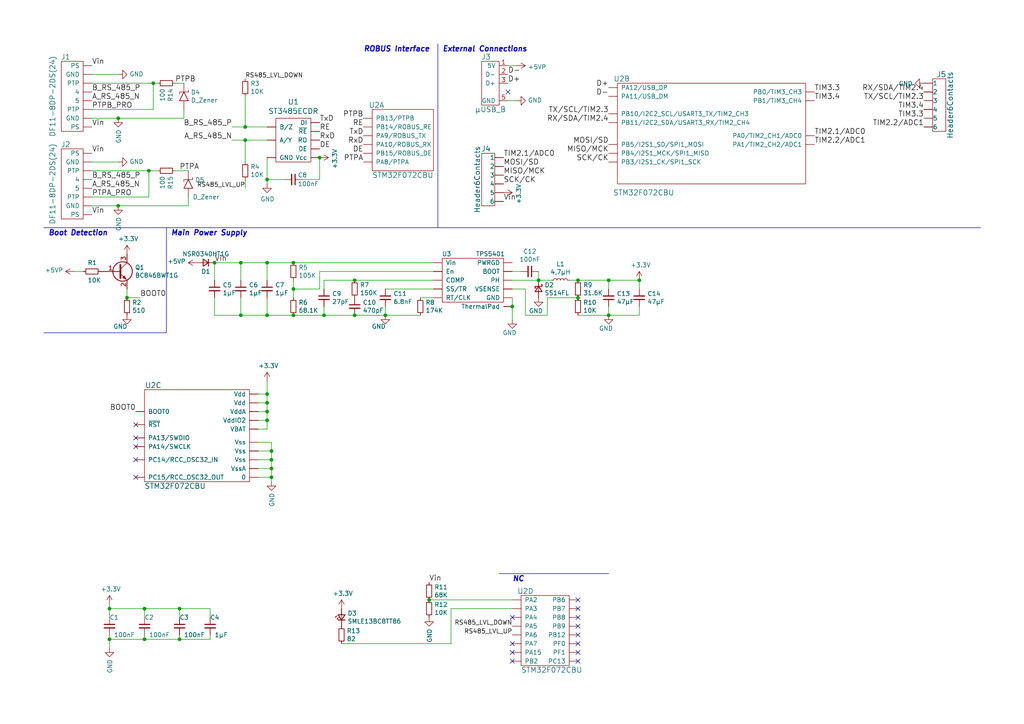
<source format=kicad_sch>
(kicad_sch (version 20230121) (generator eeschema)
  (paper "A4")
  (lib_symbols
    (symbol "Common_Lib:DF11-8DP-2DS(24)" (pin_numbers hide) (pin_names (offset 1.016))
      (property "Reference" "J" (at -1.27 11.43 0))
      (property "Value" "DF11-8DP-2DS(24)" (at 1.27 -11.43 0))
      (symbol "DF11-8DP-2DS(24)_0_1"
        (rectangle (start -2.54 10.16) (end 3.81 -10.16))
      )
      (symbol "DF11-8DP-2DS(24)_1_1"
        (pin input line (at 6.35 8.89 180) (length 2.54) (name "PS") (number "1"))
        (pin input line (at 6.35 6.35 180) (length 2.54) (name "GND") (number "2"))
        (pin input line (at 6.35 3.81 180) (length 2.54) (name "PTP") (number "3"))
        (pin input line (at 6.35 1.27 180) (length 2.54) (name "4") (number "4"))
        (pin input line (at 6.35 -1.27 180) (length 2.54) (name "5") (number "5"))
        (pin input line (at 6.35 -3.81 180) (length 2.54) (name "PTP") (number "6"))
        (pin input line (at 6.35 -6.35 180) (length 2.54) (name "GND") (number "7"))
        (pin input line (at 6.35 -8.89 180) (length 2.54) (name "PS") (number "8"))
      )
    )
    (symbol "Common_Lib:D_Zener" (pin_numbers hide) (pin_names (offset 1.016) hide)
      (property "Reference" "D" (at 0 2.54 0))
      (property "Value" "D_Zener" (at 0 -2.54 0))
      (symbol "D_Zener_0_1"
        (polyline (pts (xy -0.635 -1.27) (xy -1.27 -1.27) (xy -1.27 1.27) (xy -1.905 1.27)))
        (polyline (pts (xy 1.27 1.27) (xy 1.27 -1.27) (xy -1.27 0) (xy 1.27 1.27)) (stroke (width 0.2032)))
      )
      (symbol "D_Zener_1_1"
        (pin passive line (at -3.81 0 0) (length 2.54) (name "K") (number "1"))
        (pin passive line (at 3.81 0 180) (length 2.54) (name "A") (number "2"))
      )
    )
    (symbol "Common_Lib:Header6Contacts" (pin_numbers hide) (pin_names (offset 0.0254))
      (property "Reference" "J" (at 0 7.62 0))
      (property "Value" "Header6Contacts" (at -3.81 0 90))
      (symbol "Header6Contacts_0_1"
        (rectangle (start -2.54 6.35) (end 1.27 -8.89))
      )
      (symbol "Header6Contacts_1_1"
        (pin bidirectional line (at 3.81 5.08 180) (length 2.54) (name "1") (number "1"))
        (pin bidirectional line (at 3.81 2.54 180) (length 2.54) (name "2") (number "2"))
        (pin bidirectional line (at 3.81 0 180) (length 2.54) (name "3") (number "3"))
        (pin bidirectional line (at 3.81 -2.54 180) (length 2.54) (name "4") (number "4"))
        (pin bidirectional line (at 3.81 -5.08 180) (length 2.54) (name "5") (number "5"))
        (pin bidirectional line (at 3.81 -7.62 180) (length 2.54) (name "6") (number "6"))
      )
    )
    (symbol "Common_Lib:ST3485ECDR" (pin_numbers hide) (pin_names (offset 1.016))
      (property "Reference" "U" (at -3.81 7.62 0))
      (property "Value" "ST3485ECDR" (at 0 -7.62 0))
      (symbol "ST3485ECDR_0_1"
        (rectangle (start -5.08 6.35) (end 5.08 -6.35))
      )
      (symbol "ST3485ECDR_1_1"
        (pin output line (at 7.62 0 180) (length 2.54) (name "RO") (number "1"))
        (pin input line (at 7.62 2.54 180) (length 2.54) (name "~{RE}") (number "2"))
        (pin input line (at 7.62 -2.54 180) (length 2.54) (name "DE") (number "3"))
        (pin input line (at 7.62 5.08 180) (length 2.54) (name "DI") (number "4"))
        (pin power_out line (at -7.62 -5.08 0) (length 2.54) (name "GND") (number "5"))
        (pin bidirectional line (at -7.62 0 0) (length 2.54) (name "A/Y") (number "6"))
        (pin bidirectional line (at -7.62 3.81 0) (length 2.54) (name "B/Z") (number "7"))
        (pin power_in line (at 7.62 -5.08 180) (length 2.54) (name "Vcc") (number "8"))
      )
    )
    (symbol "Common_Lib:STM32F072CBU" (pin_numbers hide) (pin_names (offset 1.016))
      (property "Reference" "U" (at -19.05 22.86 0))
      (property "Value" "STM32F072CBU" (at -11.43 -16.51 0))
      (property "Fournisseur" "Farnell" (at -13.97 27.94 0))
      (symbol "STM32F072CBU_1_1"
        (rectangle (start -10.16 10.16) (end 7.62 -7.62))
        (pin bidirectional line (at 10.16 7.62 180) (length 2.54) (name "PB13/PTPB") (number "26"))
        (pin output line (at 10.16 5.08 180) (length 2.54) (name "PB14/ROBUS_RE") (number "27"))
        (pin output line (at 10.16 -2.54 180) (length 2.54) (name "PB15/ROBUS_DE") (number "28"))
        (pin bidirectional line (at 10.16 -5.08 180) (length 2.54) (name "PA8/PTPA") (number "29"))
        (pin output line (at 10.16 2.54 180) (length 2.54) (name "PA9/ROBUS_TX") (number "30"))
        (pin input line (at 10.16 0 180) (length 2.54) (name "PA10/ROBUS_RX") (number "31"))
      )
      (symbol "STM32F072CBU_2_1"
        (rectangle (start -29.21 -15.24) (end 25.4 13.97))
        (pin bidirectional line (at 27.94 -1.27 180) (length 2.54) (name "PA0/TIM2_CH1/ADC0") (number "10"))
        (pin bidirectional line (at 27.94 -3.81 180) (length 2.54) (name "PA1/TIM2_CH2/ADC1") (number "11"))
        (pin bidirectional line (at 27.94 11.43 180) (length 2.54) (name "PB0/TIM3_CH3") (number "18"))
        (pin bidirectional line (at 27.94 8.89 180) (length 2.54) (name "PB1/TIM3_CH4") (number "19"))
        (pin bidirectional line (at -31.75 5.08 0) (length 2.54) (name "PB10/I2C2_SCL/USART3_TX/TIM2_CH3") (number "21"))
        (pin bidirectional line (at -31.75 2.54 0) (length 2.54) (name "PB11/I2C2_SDA/USART3_RX/TIM2_CH4") (number "22"))
        (pin bidirectional line (at -31.75 10.16 0) (length 2.54) (name "PA11/USB_DM") (number "32"))
        (pin bidirectional line (at -31.75 12.7 0) (length 2.54) (name "PA12/USB_DP") (number "33"))
        (pin bidirectional line (at -31.75 -8.89 0) (length 2.54) (name "PB3/I2S1_CK/SPI1_SCK") (number "39"))
        (pin bidirectional line (at -31.75 -6.35 0) (length 2.54) (name "PB4/I2S1_MCK/SPI1_MISO") (number "40"))
        (pin bidirectional line (at -31.75 -3.81 0) (length 2.54) (name "PB5/I2S1_SD/SPI1_MOSI") (number "41"))
      )
      (symbol "STM32F072CBU_3_1"
        (rectangle (start -13.97 16.51) (end 16.51 -10.16))
        (pin bidirectional line (at 19.05 -8.89 180) (length 2.54) (name "0") (number "0"))
        (pin power_in line (at 19.05 5.08 180) (length 2.54) (name "VBAT") (number "1"))
        (pin power_out line (at 19.05 1.27 180) (length 2.54) (name "Vss") (number "23"))
        (pin power_in line (at 19.05 12.7 180) (length 2.54) (name "Vdd") (number "24"))
        (pin bidirectional line (at -16.51 -3.81 0) (length 2.54) (name "PC14/RCC_OSC32_IN") (number "3"))
        (pin bidirectional line (at -16.51 2.54 0) (length 2.54) (name "PA13/SWDIO") (number "34"))
        (pin power_out line (at 19.05 -1.27 180) (length 2.54) (name "Vss") (number "35"))
        (pin power_in line (at 19.05 7.62 180) (length 2.54) (name "VddIO2") (number "36"))
        (pin bidirectional line (at -16.51 0 0) (length 2.54) (name "PA14/SWCLK") (number "37"))
        (pin bidirectional line (at -16.51 -8.89 0) (length 2.54) (name "PC15/RCC_OSC32_OUT") (number "4"))
        (pin input line (at -16.51 10.16 0) (length 2.54) (name "BOOT0") (number "44"))
        (pin power_out line (at 19.05 -3.81 180) (length 2.54) (name "Vss") (number "47"))
        (pin power_in line (at 19.05 15.24 180) (length 2.54) (name "Vdd") (number "48"))
        (pin input line (at -16.51 6.35 0) (length 2.54) (name "~{RST}") (number "7"))
        (pin power_out line (at 19.05 -6.35 180) (length 2.54) (name "VssA") (number "8"))
        (pin power_in line (at 19.05 10.16 180) (length 2.54) (name "VddA") (number "9"))
      )
      (symbol "STM32F072CBU_4_1"
        (rectangle (start -8.89 13.97) (end 5.08 -6.35))
        (pin bidirectional line (at -11.43 12.7 0) (length 2.54) (name "PA2") (number "12"))
        (pin bidirectional line (at -11.43 10.16 0) (length 2.54) (name "PA3") (number "13"))
        (pin input line (at -11.43 7.62 0) (length 2.54) (name "PA4") (number "14"))
        (pin input line (at -11.43 5.08 0) (length 2.54) (name "PA5") (number "15"))
        (pin input line (at -11.43 2.54 0) (length 2.54) (name "PA6") (number "16"))
        (pin input line (at -11.43 0 0) (length 2.54) (name "PA7") (number "17"))
        (pin bidirectional line (at 7.62 -5.08 180) (length 2.54) (name "PC13") (number "2"))
        (pin bidirectional line (at -11.43 -5.08 0) (length 2.54) (name "PB2") (number "20"))
        (pin bidirectional line (at 7.62 2.54 180) (length 2.54) (name "PB12") (number "25"))
        (pin bidirectional line (at -11.43 -2.54 0) (length 2.54) (name "PA15") (number "38"))
        (pin bidirectional line (at 7.62 12.7 180) (length 2.54) (name "PB6") (number "42"))
        (pin bidirectional line (at 7.62 10.16 180) (length 2.54) (name "PB7") (number "43"))
        (pin bidirectional line (at 7.62 7.62 180) (length 2.54) (name "PB8") (number "45"))
        (pin bidirectional line (at 7.62 5.08 180) (length 2.54) (name "PB9") (number "46"))
        (pin output line (at 7.62 0 180) (length 2.54) (name "PF0") (number "5"))
        (pin bidirectional line (at 7.62 -2.54 180) (length 2.54) (name "PF1") (number "6"))
      )
    )
    (symbol "Common_Lib:TPS5401" (pin_numbers hide) (pin_names (offset 1.016))
      (property "Reference" "U" (at -7.62 7.62 0))
      (property "Value" "TPS5401" (at -5.08 -7.62 0))
      (symbol "TPS5401_0_1"
        (rectangle (start -8.89 6.35) (end 8.89 -6.35))
      )
      (symbol "TPS5401_1_1"
        (pin output line (at 11.43 2.54 180) (length 2.54) (name "BOOT") (number "1"))
        (pin output line (at 11.43 0 180) (length 2.54) (name "PH") (number "10"))
        (pin power_out line (at 11.43 -7.62 180) (length 2.54) (name "ThermalPad") (number "11"))
        (pin power_in line (at -11.43 5.08 0) (length 2.54) (name "Vin") (number "2"))
        (pin input line (at -11.43 2.54 0) (length 2.54) (name "En") (number "3"))
        (pin input line (at -11.43 -2.54 0) (length 2.54) (name "SS/TR") (number "4"))
        (pin input line (at -11.43 -5.08 0) (length 2.54) (name "RT/CLK") (number "5"))
        (pin output line (at 11.43 5.08 180) (length 2.54) (name "PWRGD") (number "6"))
        (pin input line (at 11.43 -2.54 180) (length 2.54) (name "VSENSE") (number "7"))
        (pin output line (at -11.43 0 0) (length 2.54) (name "COMP") (number "8"))
        (pin power_out line (at 11.43 -5.08 180) (length 2.54) (name "GND") (number "9"))
      )
    )
    (symbol "Common_Lib:microUSB_B" (pin_names (offset 1.016))
      (property "Reference" "J" (at 0 -7.62 0))
      (property "Value" "microUSB_B" (at 0 7.62 0))
      (symbol "microUSB_B_0_1"
        (rectangle (start -2.54 6.35) (end 2.54 -6.35))
      )
      (symbol "microUSB_B_1_1"
        (pin power_in line (at 5.08 5.08 180) (length 2.54) (name "5V") (number "1"))
        (pin bidirectional line (at 5.08 2.54 180) (length 2.54) (name "D-") (number "2"))
        (pin bidirectional line (at 5.08 0 180) (length 2.54) (name "D+") (number "3"))
        (pin bidirectional line (at 5.08 -2.54 180) (length 2.54) hide (name "ID") (number "4"))
        (pin input line (at 5.08 -5.08 180) (length 2.54) (name "GND") (number "5"))
      )
    )
    (symbol "Device:C_Small" (pin_numbers hide) (pin_names (offset 0.254) hide)
      (property "Reference" "C" (at 0.254 1.778 0))
      (property "Value" "C_Small" (at 0.254 -2.032 0))
      (symbol "C_Small_0_1"
        (polyline (pts (xy -1.524 -0.508) (xy 1.524 -0.508)) (stroke (width 0.3302)))
        (polyline (pts (xy -1.524 0.508) (xy 1.524 0.508)) (stroke (width 0.3048)))
      )
      (symbol "C_Small_1_1"
        (pin passive line (at 0 2.54 270) (length 2.032) (name "~") (number "1"))
        (pin passive line (at 0 -2.54 90) (length 2.032) (name "~") (number "2"))
      )
    )
    (symbol "Device:D_Schottky_Small" (pin_numbers hide) (pin_names (offset 0.254) hide)
      (property "Reference" "D" (at -1.27 2.032 0))
      (property "Value" "D_Schottky_Small" (at -7.112 -2.032 0))
      (symbol "D_Schottky_Small_0_1"
        (polyline (pts (xy -0.762 0) (xy 0.762 0)))
        (polyline (pts (xy 0.762 -1.016) (xy -0.762 0) (xy 0.762 1.016) (xy 0.762 -1.016)) (stroke (width 0.254)))
        (polyline (pts (xy -1.27 0.762) (xy -1.27 1.016) (xy -0.762 1.016) (xy -0.762 -1.016) (xy -0.254 -1.016) (xy -0.254 -0.762)) (stroke (width 0.254)))
      )
      (symbol "D_Schottky_Small_1_1"
        (pin passive line (at -2.54 0 0) (length 1.778) (name "K") (number "1"))
        (pin passive line (at 2.54 0 180) (length 1.778) (name "A") (number "2"))
      )
    )
    (symbol "Device:D_Small" (pin_numbers hide) (pin_names (offset 0.254) hide)
      (property "Reference" "D" (at -1.27 2.032 0))
      (property "Value" "D_Small" (at -3.81 -2.032 0))
      (symbol "D_Small_0_1"
        (polyline (pts (xy -0.762 -1.016) (xy -0.762 1.016)) (stroke (width 0.254)))
        (polyline (pts (xy -0.762 0) (xy 0.762 0)))
        (polyline (pts (xy 0.762 -1.016) (xy -0.762 0) (xy 0.762 1.016) (xy 0.762 -1.016)) (stroke (width 0.254)))
      )
      (symbol "D_Small_1_1"
        (pin passive line (at -2.54 0 0) (length 1.778) (name "K") (number "1"))
        (pin passive line (at 2.54 0 180) (length 1.778) (name "A") (number "2"))
      )
    )
    (symbol "Device:LED_Small" (pin_numbers hide) (pin_names (offset 0.254) hide)
      (property "Reference" "D" (at -1.27 3.175 0))
      (property "Value" "LED_Small" (at -4.445 -2.54 0))
      (symbol "LED_Small_0_1"
        (polyline (pts (xy -0.762 -1.016) (xy -0.762 1.016)) (stroke (width 0.254)))
        (polyline (pts (xy 1.016 0) (xy -0.762 0)))
        (polyline (pts (xy 0.762 -1.016) (xy -0.762 0) (xy 0.762 1.016) (xy 0.762 -1.016)) (stroke (width 0.254)))
        (polyline (pts (xy 0 0.762) (xy -0.508 1.27) (xy -0.254 1.27) (xy -0.508 1.27) (xy -0.508 1.016)))
        (polyline (pts (xy 0.508 1.27) (xy 0 1.778) (xy 0.254 1.778) (xy 0 1.778) (xy 0 1.524)))
      )
      (symbol "LED_Small_1_1"
        (pin passive line (at -2.54 0 0) (length 1.778) (name "K") (number "1"))
        (pin passive line (at 2.54 0 180) (length 1.778) (name "A") (number "2"))
      )
    )
    (symbol "Device:L_Small" (pin_numbers hide) (pin_names (offset 0.254) hide)
      (property "Reference" "L" (at 0.762 1.016 0))
      (property "Value" "L_Small" (at 0.762 -1.016 0))
      (symbol "L_Small_0_1"
        (arc (start 0 -2.032) (mid 0.5058 -1.524) (end 0 -1.016))
        (arc (start 0 -1.016) (mid 0.5058 -0.508) (end 0 0))
        (arc (start 0 0) (mid 0.5058 0.508) (end 0 1.016))
        (arc (start 0 1.016) (mid 0.5058 1.524) (end 0 2.032))
      )
      (symbol "L_Small_1_1"
        (pin passive line (at 0 2.54 270) (length 0.508) (name "~") (number "1"))
        (pin passive line (at 0 -2.54 90) (length 0.508) (name "~") (number "2"))
      )
    )
    (symbol "Device:Q_NPN_BEC" (pin_names (offset 0) hide)
      (property "Reference" "Q" (at 5.08 1.27 0))
      (property "Value" "Q_NPN_BEC" (at 5.08 -1.27 0))
      (symbol "Q_NPN_BEC_0_1"
        (polyline (pts (xy 0.635 0.635) (xy 2.54 2.54)))
        (polyline (pts (xy 0.635 -0.635) (xy 2.54 -2.54) (xy 2.54 -2.54)))
        (polyline (pts (xy 0.635 1.905) (xy 0.635 -1.905) (xy 0.635 -1.905)) (stroke (width 0.508)))
        (polyline (pts (xy 1.27 -1.778) (xy 1.778 -1.27) (xy 2.286 -2.286) (xy 1.27 -1.778) (xy 1.27 -1.778)) (fill (type outline)))
        (circle (center 1.27 0) (radius 2.8194) (stroke (width 0.254)))
      )
      (symbol "Q_NPN_BEC_1_1"
        (pin input line (at -5.08 0 0) (length 5.715) (name "B") (number "1"))
        (pin passive line (at 2.54 -5.08 90) (length 2.54) (name "E") (number "2"))
        (pin passive line (at 2.54 5.08 270) (length 2.54) (name "C") (number "3"))
      )
    )
    (symbol "Device:R_Small" (pin_numbers hide) (pin_names (offset 0.254) hide)
      (property "Reference" "R" (at 0.762 0.508 0))
      (property "Value" "R_Small" (at 0.762 -1.016 0))
      (symbol "R_Small_0_1"
        (rectangle (start -0.762 1.778) (end 0.762 -1.778) (stroke (width 0.2032)))
      )
      (symbol "R_Small_1_1"
        (pin passive line (at 0 2.54 270) (length 0.762) (name "~") (number "1"))
        (pin passive line (at 0 -2.54 90) (length 0.762) (name "~") (number "2"))
      )
    )
    (symbol "power:+3.3V" (power) (pin_names (offset 0))
      (property "Value" "+3.3V" (at 0 3.556 0))
      (symbol "+3.3V_0_1"
        (polyline (pts (xy -0.762 1.27) (xy 0 2.54)))
        (polyline (pts (xy 0 0) (xy 0 2.54)))
        (polyline (pts (xy 0 2.54) (xy 0.762 1.27)))
      )
      (symbol "+3.3V_1_1"
        (pin power_in line (at 0 0 90) (length 0) hide (name "+3.3V") (number "1"))
      )
    )
    (symbol "power:+5VP" (power) (pin_names (offset 0))
      (property "Value" "+5VP" (at 0 3.556 0))
      (symbol "+5VP_0_1"
        (polyline (pts (xy -0.762 1.27) (xy 0 2.54)))
        (polyline (pts (xy 0 0) (xy 0 2.54)))
        (polyline (pts (xy 0 2.54) (xy 0.762 1.27)))
      )
      (symbol "+5VP_1_1"
        (pin power_in line (at 0 0 90) (length 0) hide (name "+5VP") (number "1"))
      )
    )
    (symbol "power:GND" (power) (pin_names (offset 0))
      (property "Value" "GND" (at 0 -3.81 0))
      (symbol "GND_0_1"
        (polyline (pts (xy 0 0) (xy 0 -1.27) (xy 1.27 -1.27) (xy 0 -2.54) (xy -1.27 -1.27) (xy 0 -1.27)))
      )
      (symbol "GND_1_1"
        (pin power_in line (at 0 0 270) (length 0) hide (name "GND") (number "1"))
      )
    )
  )
  (junction (at 78.74 135.89))
  (junction (at 102.87 91.44))
  (junction (at 78.74 130.81))
  (junction (at 85.09 76.2))
  (junction (at 85.09 91.44))
  (junction (at 52.07 185.42))
  (junction (at 124.46 173.99))
  (junction (at 167.64 81.28))
  (junction (at 34.29 34.29))
  (junction (at 111.76 91.44))
  (junction (at 62.23 76.2))
  (junction (at 77.47 52.07))
  (junction (at 43.18 49.53))
  (junction (at 176.53 81.28))
  (junction (at 102.87 81.28))
  (junction (at 78.74 138.43))
  (junction (at 77.47 76.2))
  (junction (at 77.47 114.3))
  (junction (at 69.85 76.2))
  (junction (at 92.71 45.72))
  (junction (at 167.64 86.36))
  (junction (at 85.09 83.82))
  (junction (at 148.59 88.9))
  (junction (at 77.47 91.44))
  (junction (at 185.42 81.28))
  (junction (at 34.29 59.69))
  (junction (at 71.12 40.64))
  (junction (at 69.85 91.44))
  (junction (at 36.83 86.36))
  (junction (at 41.91 176.53))
  (junction (at 41.91 185.42))
  (junction (at 156.21 81.28))
  (junction (at 31.75 185.42))
  (junction (at 78.74 133.35))
  (junction (at 71.12 36.83))
  (junction (at 176.53 91.44))
  (junction (at 77.47 116.84))
  (junction (at 44.45 24.13))
  (junction (at 93.98 91.44))
  (junction (at 77.47 119.38))
  (junction (at 52.07 176.53))
  (junction (at 31.75 176.53))
  (junction (at 77.47 121.92))
  (no_connect (at 39.37 123.19))
  (no_connect (at 167.64 179.07))
  (no_connect (at 147.32 26.67))
  (no_connect (at 167.64 184.15))
  (no_connect (at 167.64 181.61))
  (no_connect (at 148.59 191.77))
  (no_connect (at 167.64 189.23))
  (no_connect (at 39.37 129.54))
  (no_connect (at 39.37 133.35))
  (no_connect (at 148.59 179.07))
  (no_connect (at 167.64 173.99))
  (no_connect (at 167.64 186.69))
  (no_connect (at 167.64 176.53))
  (no_connect (at 148.59 186.69))
  (no_connect (at 39.37 127))
  (no_connect (at 39.37 138.43))
  (no_connect (at 167.64 191.77))
  (no_connect (at 148.59 189.23))
  (wire (pts (xy 111.76 91.44) (xy 102.87 91.44)))
  (wire (pts (xy 34.29 34.29) (xy 53.34 34.29)))
  (wire (pts (xy 69.85 91.44) (xy 77.47 91.44)))
  (wire (pts (xy 77.47 119.38) (xy 77.47 121.92)))
  (wire (pts (xy 26.67 24.13) (xy 44.45 24.13)))
  (wire (pts (xy 71.12 52.07) (xy 71.12 54.61)))
  (wire (pts (xy 31.75 185.42) (xy 31.75 187.96)))
  (wire (pts (xy 34.29 59.69) (xy 54.61 59.69)))
  (wire (pts (xy 60.96 176.53) (xy 60.96 179.07)))
  (wire (pts (xy 176.53 81.28) (xy 185.42 81.28)))
  (wire (pts (xy 52.07 185.42) (xy 52.07 184.15)))
  (wire (pts (xy 74.93 119.38) (xy 77.47 119.38)))
  (wire (pts (xy 93.98 91.44) (xy 102.87 91.44)))
  (wire (pts (xy 130.81 186.69) (xy 99.06 186.69)))
  (wire (pts (xy 62.23 76.2) (xy 69.85 76.2)))
  (wire (pts (xy 67.31 40.64) (xy 71.12 40.64)))
  (wire (pts (xy 77.47 116.84) (xy 77.47 119.38)))
  (wire (pts (xy 156.21 78.74) (xy 156.21 81.28)))
  (wire (pts (xy 158.75 91.44) (xy 152.4 91.44)))
  (wire (pts (xy 44.45 24.13) (xy 45.72 24.13)))
  (wire (pts (xy 185.42 81.28) (xy 185.42 83.82)))
  (wire (pts (xy 62.23 91.44) (xy 69.85 91.44)))
  (wire (pts (xy 125.73 76.2) (xy 85.09 76.2)))
  (wire (pts (xy 77.47 110.49) (xy 77.47 114.3)))
  (wire (pts (xy 26.67 59.69) (xy 34.29 59.69)))
  (wire (pts (xy 26.67 21.59) (xy 34.29 21.59)))
  (wire (pts (xy 77.47 52.07) (xy 77.47 53.34)))
  (wire (pts (xy 77.47 76.2) (xy 85.09 76.2)))
  (wire (pts (xy 41.91 185.42) (xy 52.07 185.42)))
  (wire (pts (xy 125.73 83.82) (xy 111.76 83.82)))
  (wire (pts (xy 31.75 176.53) (xy 31.75 179.07)))
  (wire (pts (xy 185.42 88.9) (xy 185.42 91.44)))
  (wire (pts (xy 26.67 34.29) (xy 34.29 34.29)))
  (wire (pts (xy 77.47 81.28) (xy 77.47 76.2)))
  (polyline (pts (xy 48.26 96.52) (xy 48.26 66.04)))
  (wire (pts (xy 54.61 59.69) (xy 54.61 57.15)))
  (wire (pts (xy 93.98 83.82) (xy 93.98 81.28)))
  (wire (pts (xy 31.75 184.15) (xy 31.75 185.42)))
  (wire (pts (xy 167.64 86.36) (xy 158.75 86.36)))
  (wire (pts (xy 93.98 81.28) (xy 102.87 81.28)))
  (wire (pts (xy 125.73 81.28) (xy 102.87 81.28)))
  (wire (pts (xy 60.96 185.42) (xy 60.96 184.15)))
  (wire (pts (xy 50.8 49.53) (xy 54.61 49.53)))
  (wire (pts (xy 74.93 133.35) (xy 78.74 133.35)))
  (wire (pts (xy 69.85 76.2) (xy 77.47 76.2)))
  (wire (pts (xy 130.81 176.53) (xy 130.81 186.69)))
  (wire (pts (xy 52.07 176.53) (xy 60.96 176.53)))
  (wire (pts (xy 44.45 31.75) (xy 44.45 24.13)))
  (wire (pts (xy 165.1 81.28) (xy 167.64 81.28)))
  (wire (pts (xy 26.67 46.99) (xy 34.29 46.99)))
  (wire (pts (xy 87.63 52.07) (xy 92.71 52.07)))
  (wire (pts (xy 147.32 19.05) (xy 149.86 19.05)))
  (wire (pts (xy 78.74 128.27) (xy 74.93 128.27)))
  (wire (pts (xy 148.59 92.71) (xy 148.59 88.9)))
  (wire (pts (xy 71.12 27.94) (xy 71.12 36.83)))
  (wire (pts (xy 156.21 81.28) (xy 148.59 81.28)))
  (wire (pts (xy 111.76 91.44) (xy 111.76 88.9)))
  (wire (pts (xy 77.47 121.92) (xy 77.47 124.46)))
  (polyline (pts (xy 127 66.04) (xy 127 12.7)))
  (wire (pts (xy 176.53 91.44) (xy 167.64 91.44)))
  (wire (pts (xy 85.09 83.82) (xy 92.71 83.82)))
  (wire (pts (xy 71.12 36.83) (xy 77.47 36.83)))
  (wire (pts (xy 176.53 81.28) (xy 176.53 83.82)))
  (wire (pts (xy 71.12 40.64) (xy 77.47 40.64)))
  (wire (pts (xy 93.98 88.9) (xy 93.98 91.44)))
  (wire (pts (xy 185.42 91.44) (xy 176.53 91.44)))
  (wire (pts (xy 71.12 46.99) (xy 71.12 40.64)))
  (wire (pts (xy 78.74 133.35) (xy 78.74 130.81)))
  (wire (pts (xy 74.93 130.81) (xy 78.74 130.81)))
  (wire (pts (xy 85.09 83.82) (xy 85.09 81.28)))
  (wire (pts (xy 62.23 86.36) (xy 62.23 91.44)))
  (polyline (pts (xy 176.53 166.37) (xy 144.78 166.37)))
  (wire (pts (xy 53.34 34.29) (xy 53.34 31.75)))
  (wire (pts (xy 26.67 31.75) (xy 44.45 31.75)))
  (wire (pts (xy 43.18 57.15) (xy 43.18 49.53)))
  (wire (pts (xy 78.74 135.89) (xy 78.74 133.35)))
  (wire (pts (xy 45.72 49.53) (xy 43.18 49.53)))
  (polyline (pts (xy 12.7 96.52) (xy 48.26 96.52)))
  (wire (pts (xy 74.93 138.43) (xy 78.74 138.43)))
  (wire (pts (xy 78.74 138.43) (xy 78.74 135.89)))
  (wire (pts (xy 92.71 78.74) (xy 125.73 78.74)))
  (wire (pts (xy 152.4 91.44) (xy 152.4 83.82)))
  (wire (pts (xy 26.67 57.15) (xy 43.18 57.15)))
  (wire (pts (xy 74.93 116.84) (xy 77.47 116.84)))
  (wire (pts (xy 62.23 81.28) (xy 62.23 76.2)))
  (wire (pts (xy 92.71 52.07) (xy 92.71 45.72)))
  (wire (pts (xy 77.47 124.46) (xy 74.93 124.46)))
  (wire (pts (xy 41.91 176.53) (xy 41.91 179.07)))
  (wire (pts (xy 36.83 83.82) (xy 36.83 86.36)))
  (wire (pts (xy 121.92 86.36) (xy 125.73 86.36)))
  (wire (pts (xy 156.21 81.28) (xy 160.02 81.28)))
  (wire (pts (xy 36.83 86.36) (xy 40.64 86.36)))
  (wire (pts (xy 85.09 86.36) (xy 85.09 83.82)))
  (wire (pts (xy 77.47 114.3) (xy 77.47 116.84)))
  (wire (pts (xy 67.31 36.83) (xy 71.12 36.83)))
  (wire (pts (xy 31.75 185.42) (xy 41.91 185.42)))
  (wire (pts (xy 41.91 185.42) (xy 41.91 184.15)))
  (wire (pts (xy 26.67 49.53) (xy 43.18 49.53)))
  (wire (pts (xy 148.59 176.53) (xy 130.81 176.53)))
  (wire (pts (xy 69.85 86.36) (xy 69.85 91.44)))
  (wire (pts (xy 74.93 114.3) (xy 77.47 114.3)))
  (wire (pts (xy 52.07 176.53) (xy 52.07 179.07)))
  (wire (pts (xy 92.71 83.82) (xy 92.71 78.74)))
  (wire (pts (xy 31.75 176.53) (xy 41.91 176.53)))
  (wire (pts (xy 69.85 81.28) (xy 69.85 76.2)))
  (wire (pts (xy 176.53 88.9) (xy 176.53 91.44)))
  (wire (pts (xy 148.59 173.99) (xy 124.46 173.99)))
  (wire (pts (xy 77.47 91.44) (xy 85.09 91.44)))
  (wire (pts (xy 147.32 29.21) (xy 149.86 29.21)))
  (wire (pts (xy 50.8 24.13) (xy 53.34 24.13)))
  (wire (pts (xy 78.74 130.81) (xy 78.74 128.27)))
  (wire (pts (xy 148.59 86.36) (xy 148.59 88.9)))
  (wire (pts (xy 74.93 121.92) (xy 77.47 121.92)))
  (wire (pts (xy 158.75 86.36) (xy 158.75 91.44)))
  (wire (pts (xy 41.91 176.53) (xy 52.07 176.53)))
  (wire (pts (xy 148.59 78.74) (xy 151.13 78.74)))
  (wire (pts (xy 77.47 52.07) (xy 82.55 52.07)))
  (wire (pts (xy 21.59 78.74) (xy 24.13 78.74)))
  (wire (pts (xy 167.64 81.28) (xy 176.53 81.28)))
  (wire (pts (xy 77.47 86.36) (xy 77.47 91.44)))
  (wire (pts (xy 74.93 135.89) (xy 78.74 135.89)))
  (wire (pts (xy 78.74 139.7) (xy 78.74 138.43)))
  (polyline (pts (xy 12.7 66.04) (xy 284.48 66.04)))
  (wire (pts (xy 77.47 45.72) (xy 77.47 52.07)))
  (wire (pts (xy 31.75 175.26) (xy 31.75 176.53)))
  (wire (pts (xy 52.07 185.42) (xy 60.96 185.42)))
  (wire (pts (xy 111.76 91.44) (xy 121.92 91.44)))
  (wire (pts (xy 148.59 83.82) (xy 152.4 83.82)))
  (wire (pts (xy 85.09 91.44) (xy 93.98 91.44)))
  (text "Boot Detection" (at 13.97 68.58 0) (effects (font (size 1.524 1.524) (thickness 0.3048) bold italic) (justify left bottom)))
  (text "External Connections" (at 128.27 15.24 0) (effects (font (size 1.524 1.524) (thickness 0.3048) bold italic) (justify left bottom)))
  (text "Main Power Supply" (at 49.53 68.58 0) (effects (font (size 1.524 1.524) (thickness 0.3048) bold italic) (justify left bottom)))
  (text "ROBUS Interface" (at 105.41 15.24 0) (effects (font (size 1.524 1.524) (thickness 0.3048) bold italic) (justify left bottom)))
  (text "NC" (at 148.59 168.91 0) (effects (font (size 1.524 1.524) (thickness 0.3048) bold italic) (justify left bottom)))
  (label "Vin" (at 124.46 168.91 0) (effects (font (size 1.524 1.524))))
  (label "Vin" (at 26.67 36.83 0) (effects (font (size 1.524 1.524))))
  (label "RE" (at 105.41 36.83 180) (effects (font (size 1.524 1.524))))
  (label "TIM3.4" (at 267.97 31.75 180) (effects (font (size 1.524 1.524))))
  (label "SCK/CK" (at 176.53 46.99 180) (effects (font (size 1.524 1.524))))
  (label "TIM2.1/ADC0" (at 236.22 39.37 0) (effects (font (size 1.524 1.524))))
  (label "D+" (at 176.53 25.4 180) (effects (font (size 1.524 1.524))))
  (label "B_RS_485_P" (at 26.67 52.07 0) (effects (font (size 1.524 1.524))))
  (label "RS485_LVL_DOWN" (at 71.12 22.86 0))
  (label "TxD" (at 92.71 35.56 0) (effects (font (size 1.524 1.524))))
  (label "MOSI/SD" (at 176.53 41.91 180) (effects (font (size 1.524 1.524))))
  (label "RX/SDA/TIM2.4" (at 267.97 26.67 180) (effects (font (size 1.524 1.524))))
  (label "MISO/MCK" (at 176.53 44.45 180) (effects (font (size 1.524 1.524))))
  (label "Vin" (at 26.67 19.05 0) (effects (font (size 1.524 1.524))))
  (label "TIM2.1/ADC0" (at 146.05 45.72 0) (effects (font (size 1.524 1.524))))
  (label "TIM3.3" (at 236.22 26.67 0) (effects (font (size 1.524 1.524))))
  (label "RxD" (at 105.41 41.91 180) (effects (font (size 1.524 1.524))))
  (label "RE" (at 92.71 38.1 0) (effects (font (size 1.524 1.524))))
  (label "PTPB" (at 105.41 34.29 180) (effects (font (size 1.524 1.524))))
  (label "DE" (at 105.41 44.45 180) (effects (font (size 1.524 1.524))))
  (label "B_RS_485_P" (at 26.67 26.67 0) (effects (font (size 1.524 1.524))))
  (label "MOSI/SD" (at 146.05 48.26 0) (effects (font (size 1.524 1.524))))
  (label "BOOT0" (at 40.64 86.36 0) (effects (font (size 1.524 1.524))))
  (label "Vin" (at 26.67 62.23 0) (effects (font (size 1.524 1.524))))
  (label "RS485_LVL_UP" (at 148.59 184.15 180))
  (label "TIM2.2/ADC1" (at 236.22 41.91 0) (effects (font (size 1.524 1.524))))
  (label "TIM2.2/ADC1" (at 267.97 36.83 180) (effects (font (size 1.524 1.524))))
  (label "D+" (at 147.32 24.13 0) (effects (font (size 1.524 1.524))))
  (label "PTPA" (at 52.07 49.53 0) (effects (font (size 1.524 1.524))))
  (label "Vin" (at 146.05 58.42 0) (effects (font (size 1.524 1.524))))
  (label "TX/SCL/TIM2.3" (at 176.53 33.02 180) (effects (font (size 1.524 1.524))))
  (label "TX/SCL/TIM2.3" (at 267.97 29.21 180) (effects (font (size 1.524 1.524))))
  (label "SCK/CK" (at 146.05 53.34 0) (effects (font (size 1.524 1.524))))
  (label "RS485_LVL_UP" (at 71.12 54.61 180))
  (label "RS485_LVL_DOWN" (at 148.59 181.61 180))
  (label "RxD" (at 92.71 40.64 0) (effects (font (size 1.524 1.524))))
  (label "TIM3.4" (at 236.22 29.21 0) (effects (font (size 1.524 1.524))))
  (label "Vin" (at 62.23 76.2 0) (effects (font (size 1.524 1.524))))
  (label "RX/SDA/TIM2.4" (at 176.53 35.56 180) (effects (font (size 1.524 1.524))))
  (label "MISO/MCK" (at 146.05 50.8 0) (effects (font (size 1.524 1.524))))
  (label "PTPA_PRO" (at 26.67 57.15 0) (effects (font (size 1.524 1.524))))
  (label "TIM3.3" (at 267.97 34.29 180) (effects (font (size 1.524 1.524))))
  (label "B_RS_485_P" (at 67.31 36.83 180) (effects (font (size 1.524 1.524))))
  (label "BOOT0" (at 39.37 119.38 180) (effects (font (size 1.524 1.524))))
  (label "PTPB" (at 50.8 24.13 0) (effects (font (size 1.524 1.524))))
  (label "A_RS_485_N" (at 26.67 54.61 0) (effects (font (size 1.524 1.524))))
  (label "TxD" (at 105.41 39.37 180) (effects (font (size 1.524 1.524))))
  (label "A_RS_485_N" (at 67.31 40.64 180) (effects (font (size 1.524 1.524))))
  (label "D-" (at 147.32 21.59 0) (effects (font (size 1.524 1.524))))
  (label "PTPB_PRO" (at 26.67 31.75 0) (effects (font (size 1.524 1.524))))
  (label "D-" (at 176.53 27.94 180) (effects (font (size 1.524 1.524))))
  (label "Vin" (at 26.67 44.45 0) (effects (font (size 1.524 1.524))))
  (label "A_RS_485_N" (at 26.67 29.21 0) (effects (font (size 1.524 1.524))))
  (label "PTPA" (at 105.41 46.99 180) (effects (font (size 1.524 1.524))))
  (label "DE" (at 92.71 43.18 0) (effects (font (size 1.524 1.524))))
  (symbol (lib_id "Common_Lib:DF11-8DP-2DS(24)") (at 20.32 27.94 0) (unit 1)
    (property "Reference" "J1" (at 19.05 16.51 0) (effects (font (size 1.524 1.524))))
    (property "Value" "DF11-8DP-2DS(24)" (at 15.24 27.94 90) (effects (font (size 1.524 1.524))))
    (property "Footprint" "Common_Footprint:DF11-8DP-2DS(24)" (effects hide))
    (property "Datasheet" "https://www.hirose.com/product/en/download_file/key_name/DF11%2D8DP%2D2DS%2824%29/category/Drawing%20(2D)/doc_file_id/39437/?file_category_id=6&item_id=05430535724&is_series=" (effects hide))
    (property "CodeCommande" "1688360" (effects hide))
    (property "Fournisseur" "Farnell" (effects hide))
  )
  (symbol (lib_id "Common_Lib:DF11-8DP-2DS(24)") (at 20.32 53.34 0) (unit 1)
    (property "Reference" "J2" (at 19.05 41.91 0) (effects (font (size 1.524 1.524))))
    (property "Value" "DF11-8DP-2DS(24)" (at 15.24 53.34 90) (effects (font (size 1.524 1.524))))
    (property "Footprint" "Common_Footprint:DF11-8DP-2DS(24)" (effects hide))
    (property "Datasheet" "https://www.hirose.com/product/en/download_file/key_name/DF11%2D8DP%2D2DS%2824%29/category/Drawing%20(2D)/doc_file_id/39437/?file_category_id=6&item_id=05430535724&is_series=" (effects hide))
    (property "CodeCommande" "1688360" (effects hide))
    (property "Fournisseur" "Farnell" (effects hide))
  )
  (symbol (lib_id "Common_Lib:microUSB_B") (at 142.24 24.13 0) (unit 1)
    (property "Reference" "J3" (at 140.97 16.51 0) (effects (font (size 1.524 1.524))))
    (property "Value" "µUSB_B" (at 142.24 31.75 0) (effects (font (size 1.524 1.524))))
    (property "Footprint" "Common_Footprint:MicroUSB_B" (effects hide))
    (property "CodeCommande" "2751674" (effects hide))
    (property "Fournisseur" "Farnell" (effects hide))
  )
  (symbol (lib_id "Common_Lib:STM32F072CBU") (at 55.88 129.54 0) (unit 3)
    (property "Reference" "U2" (at 44.45 111.76 0) (effects (font (size 1.524 1.524))))
    (property "Value" "STM32F072CBU" (at 50.8 140.97 0) (effects (font (size 1.524 1.524))))
    (property "Footprint" "Common_Footprint:UFQFPN48" (effects hide))
    (property "CodeCommande" "2432095" (effects hide))
    (property "Fournisseur" "Farnell" (effects hide))
  )
  (symbol (lib_id "Common_Lib:STM32F072CBU") (at 160.02 186.69 0) (unit 4)
    (property "Reference" "U2" (at 152.4 171.45 0) (effects (font (size 1.524 1.524))))
    (property "Value" "STM32F072CBU" (at 160.02 194.31 0) (effects (font (size 1.524 1.524))))
    (property "Footprint" "Common_Footprint:UFQFPN48" (effects hide))
    (property "CodeCommande" "2432095" (effects hide))
    (property "Fournisseur" "Farnell" (effects hide))
  )
  (symbol (lib_id "Common_Lib:STM32F072CBU") (at 115.57 41.91 0) (mirror y) (unit 1)
    (property "Reference" "U2" (at 109.22 30.48 0) (effects (font (size 1.524 1.524))))
    (property "Value" "STM32F072CBU" (at 116.84 50.8 0) (effects (font (size 1.524 1.524))))
    (property "Footprint" "Common_Footprint:UFQFPN48" (effects hide))
    (property "CodeCommande" "2432095" (effects hide))
    (property "Fournisseur" "Farnell" (effects hide))
  )
  (symbol (lib_id "Common_Lib:STM32F072CBU") (at 208.28 38.1 0) (unit 2)
    (property "Reference" "U2" (at 180.34 22.86 0) (effects (font (size 1.524 1.524))))
    (property "Value" "STM32F072CBU" (at 186.69 55.88 0) (effects (font (size 1.524 1.524))))
    (property "Footprint" "Common_Footprint:UFQFPN48" (effects hide))
    (property "CodeCommande" "2432095" (effects hide))
    (property "Fournisseur" "Farnell" (effects hide))
  )
  (symbol (lib_id "Common_Lib:Header6Contacts") (at 271.78 29.21 0) (mirror y) (unit 1)
    (property "Reference" "J5" (at 273.05 21.59 0) (effects (font (size 1.524 1.524))))
    (property "Value" "Header6Contacts" (at 275.59 30.48 90) (effects (font (size 1.524 1.524))))
    (property "Footprint" "Common_Footprint:826926-6" (effects hide))
    (property "CodeCommande" "1593415" (effects hide))
    (property "Fournisseur" "Farnell" (effects hide))
  )
  (symbol (lib_id "Common_Lib:Header6Contacts") (at 142.24 50.8 0) (unit 1)
    (property "Reference" "J4" (at 140.97 43.18 0) (effects (font (size 1.524 1.524))))
    (property "Value" "Header6Contacts" (at 138.43 52.07 90) (effects (font (size 1.524 1.524))))
    (property "Footprint" "Common_Footprint:826926-6" (effects hide))
    (property "CodeCommande" "1593415" (effects hide))
    (property "Fournisseur" "Farnell" (effects hide))
  )
  (symbol (lib_id "power:GND") (at 34.29 59.69 0) (unit 1)
    (property "Reference" "#PWR07" (effects hide))
    (property "Value" "GND" (at 34.417 62.9412 90) (effects (justify right)))
  )
  (symbol (lib_id "power:GND") (at 34.29 46.99 90) (unit 1)
    (property "Reference" "#PWR06" (effects hide))
    (property "Value" "GND" (at 37.5412 46.863 90) (effects (justify right)))
  )
  (symbol (lib_id "power:GND") (at 34.29 34.29 0) (unit 1)
    (property "Reference" "#PWR05" (effects hide))
    (property "Value" "GND" (at 34.417 37.5412 90) (effects (justify right)))
  )
  (symbol (lib_id "power:GND") (at 34.29 21.59 90) (unit 1)
    (property "Reference" "#PWR04" (effects hide))
    (property "Value" "GND" (at 37.5412 21.463 90) (effects (justify right)))
  )
  (symbol (lib_id "power:GND") (at 77.47 53.34 0) (unit 1)
    (property "Reference" "#PWR011" (effects hide))
    (property "Value" "GND" (at 77.597 57.7342 0))
  )
  (symbol (lib_id "power:+3.3V") (at 92.71 45.72 270) (unit 1)
    (property "Reference" "#PWR012" (effects hide))
    (property "Value" "+3.3V" (at 97.1042 46.101 0))
  )
  (symbol (lib_id "Device:C_Small") (at 85.09 52.07 270) (unit 1)
    (property "Reference" "C8" (at 86.36 50.8 90) (effects (justify left)))
    (property "Value" "100nF" (at 86.36 53.34 90) (effects (justify left)))
    (property "Footprint" "Common_Footprint:C_0402_NoSilk" (effects hide))
    (property "CodeCommande" "1759380" (effects hide))
    (property "Fournisseur" "Farnell" (effects hide))
  )
  (symbol (lib_id "Device:R_Small") (at 71.12 49.53 0) (unit 1)
    (property "Reference" "R4" (at 72.6186 48.3616 0) (effects (justify left)))
    (property "Value" "10K" (at 72.6186 50.673 0) (effects (justify left)))
    (property "Footprint" "Common_Footprint:R_0402_NoSilk" (effects hide))
    (property "CodeCommande" "2447096" (effects hide))
    (property "Fournisseur" "Farnell" (effects hide))
  )
  (symbol (lib_id "Device:R_Small") (at 71.12 25.4 0) (unit 1)
    (property "Reference" "R3" (at 72.6186 24.2316 0) (effects (justify left)))
    (property "Value" "10K" (at 72.6186 26.543 0) (effects (justify left)))
    (property "Footprint" "Common_Footprint:R_0402_NoSilk" (effects hide))
    (property "CodeCommande" "2447096" (effects hide))
    (property "Fournisseur" "Farnell" (effects hide))
  )
  (symbol (lib_id "power:GND") (at 267.97 24.13 270) (unit 1)
    (property "Reference" "#PWR023" (effects hide))
    (property "Value" "GND" (at 264.7188 24.257 90) (effects (justify right)))
  )
  (symbol (lib_id "power:+3.3V") (at 146.05 55.88 270) (unit 1)
    (property "Reference" "#PWR016" (effects hide))
    (property "Value" "+3.3V" (at 150.4442 56.261 0))
  )
  (symbol (lib_id "power:GND") (at 149.86 29.21 90) (unit 1)
    (property "Reference" "#PWR019" (effects hide))
    (property "Value" "GND" (at 153.1112 29.083 90) (effects (justify right)))
  )
  (symbol (lib_id "power:GND") (at 78.74 139.7 0) (unit 1)
    (property "Reference" "#PWR015" (effects hide))
    (property "Value" "GND" (at 78.867 142.9512 90) (effects (justify right)))
  )
  (symbol (lib_id "power:+3.3V") (at 77.47 110.49 0) (unit 1)
    (property "Reference" "#PWR014" (effects hide))
    (property "Value" "+3.3V" (at 77.851 106.0958 0))
  )
  (symbol (lib_id "power:+3.3V") (at 31.75 175.26 0) (unit 1)
    (property "Reference" "#PWR02" (effects hide))
    (property "Value" "+3.3V" (at 32.131 170.8658 0))
  )
  (symbol (lib_id "power:GND") (at 31.75 187.96 0) (unit 1)
    (property "Reference" "#PWR03" (effects hide))
    (property "Value" "GND" (at 31.877 191.2112 90) (effects (justify right)))
  )
  (symbol (lib_id "Device:C_Small") (at 31.75 181.61 0) (unit 1)
    (property "Reference" "C1" (at 31.75 179.07 0) (effects (justify left)))
    (property "Value" "100nF" (at 33.02 184.15 0) (effects (justify left)))
    (property "Footprint" "Common_Footprint:C_0402_NoSilk" (effects hide))
    (property "CodeCommande" "1759380" (effects hide))
    (property "Fournisseur" "Farnell" (effects hide))
  )
  (symbol (lib_id "Device:C_Small") (at 60.96 181.61 0) (unit 1)
    (property "Reference" "C4" (at 60.96 179.07 0) (effects (justify left)))
    (property "Value" "1µF" (at 62.23 184.15 0) (effects (justify left)))
    (property "Footprint" "Common_Footprint:C_0402_NoSilk" (effects hide))
    (property "Fournisseur" "Farnell" (effects hide))
    (property "CodeCommande" "2346885" (effects hide))
    (property "Alternative" "2525024" (effects hide))
  )
  (symbol (lib_id "Device:C_Small") (at 41.91 181.61 0) (unit 1)
    (property "Reference" "C2" (at 41.91 179.07 0) (effects (justify left)))
    (property "Value" "100nF" (at 43.18 184.15 0) (effects (justify left)))
    (property "Footprint" "Common_Footprint:C_0402_NoSilk" (effects hide))
    (property "CodeCommande" "1759380" (effects hide))
    (property "Fournisseur" "Farnell" (effects hide))
  )
  (symbol (lib_id "Device:C_Small") (at 52.07 181.61 0) (unit 1)
    (property "Reference" "C3" (at 52.07 179.07 0) (effects (justify left)))
    (property "Value" "100nF" (at 53.34 184.15 0) (effects (justify left)))
    (property "Footprint" "Common_Footprint:C_0402_NoSilk" (effects hide))
    (property "CodeCommande" "1759380" (effects hide))
    (property "Fournisseur" "Farnell" (effects hide))
  )
  (symbol (lib_id "power:+5VP") (at 149.86 19.05 270) (unit 1)
    (property "Reference" "#PWR018" (effects hide))
    (property "Value" "+5VP" (at 153.1112 19.431 90) (effects (justify left)))
  )
  (symbol (lib_id "power:+5VP") (at 21.59 78.74 90) (unit 1)
    (property "Reference" "#PWR01" (effects hide))
    (property "Value" "+5VP" (at 18.3388 78.359 90) (effects (justify left)))
  )
  (symbol (lib_id "Device:D_Small") (at 59.69 76.2 180) (unit 1)
    (property "Reference" "D1" (at 59.69 78.74 0))
    (property "Value" "NSR0340HT1G" (at 59.69 73.66 0))
    (property "Footprint" "Common_Footprint:D_SOD-323F" (effects hide))
    (property "CodeCommande" "2317404" (effects hide))
    (property "Fournisseur" "Farnell" (effects hide))
  )
  (symbol (lib_id "Device:Q_NPN_BEC") (at 34.29 78.74 0) (unit 1)
    (property "Reference" "Q1" (at 39.1414 77.5716 0) (effects (justify left)))
    (property "Value" "BC846BWT1G" (at 39.1414 79.883 0) (effects (justify left)))
    (property "Footprint" "TO_SOT_Packages_SMD:SOT-323_SC-70" (effects hide))
    (property "CodeCommande" "1653606" (effects hide))
    (property "Fournisseur" "Farnell" (effects hide))
  )
  (symbol (lib_id "Device:R_Small") (at 36.83 88.9 0) (unit 1)
    (property "Reference" "R2" (at 38.3286 87.7316 0) (effects (justify left)))
    (property "Value" "510" (at 38.3286 90.043 0) (effects (justify left)))
    (property "Footprint" "Common_Footprint:R_0402_NoSilk" (effects hide))
    (property "CodeCommande" "2447194" (effects hide))
    (property "Fournisseur" "Farnell" (effects hide))
  )
  (symbol (lib_id "power:GND") (at 36.83 91.44 0) (unit 1)
    (property "Reference" "#PWR09" (effects hide))
    (property "Value" "GND" (at 36.957 94.6912 0) (effects (justify right)))
  )
  (symbol (lib_id "power:+3.3V") (at 36.83 73.66 0) (unit 1)
    (property "Reference" "#PWR08" (effects hide))
    (property "Value" "+3.3V" (at 37.211 69.2658 0))
  )
  (symbol (lib_id "power:+5VP") (at 57.15 76.2 90) (unit 1)
    (property "Reference" "#PWR010" (effects hide))
    (property "Value" "+5VP" (at 53.8988 75.819 90) (effects (justify left)))
  )
  (symbol (lib_id "Device:R_Small") (at 26.67 78.74 270) (unit 1)
    (property "Reference" "R1" (at 25.4 76.2 90) (effects (justify left)))
    (property "Value" "10K" (at 25.4 81.28 90) (effects (justify left)))
    (property "Footprint" "Common_Footprint:R_0402_NoSilk" (effects hide))
    (property "CodeCommande" "2447096" (effects hide))
    (property "Fournisseur" "Farnell" (effects hide))
  )
  (symbol (lib_id "Device:C_Small") (at 77.47 83.82 0) (unit 1)
    (property "Reference" "C7" (at 79.8068 82.6516 0) (effects (justify left)))
    (property "Value" "1µF" (at 79.8068 84.963 0) (effects (justify left)))
    (property "Footprint" "Common_Footprint:C_0402_NoSilk" (effects hide))
    (property "Fournisseur" "Farnell" (effects hide))
    (property "CodeCommande" "2346885" (effects hide))
    (property "Alternative" "2525024" (effects hide))
  )
  (symbol (lib_id "Device:R_Small") (at 85.09 78.74 0) (unit 1)
    (property "Reference" "R5" (at 86.5886 77.5716 0) (effects (justify left)))
    (property "Value" "105K" (at 86.5886 79.883 0) (effects (justify left)))
    (property "Footprint" "Common_Footprint:R_0402_NoSilk" (effects hide))
    (property "Fournisseur" "Farnell" (effects hide))
    (property "CodeCommande" "2689251" (effects hide))
  )
  (symbol (lib_id "Device:R_Small") (at 85.09 88.9 0) (unit 1)
    (property "Reference" "R6" (at 86.5886 87.7316 0) (effects (justify left)))
    (property "Value" "68.1K" (at 86.5886 90.043 0) (effects (justify left)))
    (property "Footprint" "Common_Footprint:R_0402_NoSilk" (effects hide))
    (property "Fournisseur" "Farnell" (effects hide))
    (property "CodeCommande" "2073208" (effects hide))
  )
  (symbol (lib_id "Device:C_Small") (at 93.98 86.36 0) (unit 1)
    (property "Reference" "C9" (at 96.3168 85.1916 0) (effects (justify left)))
    (property "Value" "27pF" (at 96.3168 87.503 0) (effects (justify left)))
    (property "Footprint" "Common_Footprint:C_0402_NoSilk" (effects hide))
    (property "Fournisseur" "Farnell" (effects hide))
    (property "CodeCommande" "2392128" (effects hide))
  )
  (symbol (lib_id "Device:R_Small") (at 102.87 83.82 0) (unit 1)
    (property "Reference" "R7" (at 104.3686 82.6516 0) (effects (justify left)))
    (property "Value" "150K" (at 104.3686 84.963 0) (effects (justify left)))
    (property "Footprint" "Common_Footprint:R_0402_NoSilk" (effects hide))
    (property "Fournisseur" "Farnell" (effects hide))
    (property "CodeCommande" "1174168" (effects hide))
  )
  (symbol (lib_id "Device:C_Small") (at 102.87 88.9 0) (unit 1)
    (property "Reference" "C10" (at 105.2068 87.7316 0) (effects (justify left)))
    (property "Value" "470pF" (at 105.2068 90.043 0) (effects (justify left)))
    (property "Footprint" "Common_Footprint:C_0603" (effects hide))
    (property "Fournisseur" "Farnell" (effects hide))
    (property "CodeCommande" "2392167" (effects hide))
  )
  (symbol (lib_id "Common_Lib:TPS5401") (at 137.16 81.28 0) (unit 1)
    (property "Reference" "U3" (at 129.54 73.66 0))
    (property "Value" "TPS5401" (at 142.24 73.66 0))
    (property "Footprint" "Common_Footprint:S-PDSO-G10" (effects hide))
    (property "Fournisseur" "Farnell" (effects hide))
    (property "CodeCommande" "2323548" (effects hide))
  )
  (symbol (lib_id "Device:C_Small") (at 111.76 86.36 0) (unit 1)
    (property "Reference" "C11" (at 114.0968 85.1916 0) (effects (justify left)))
    (property "Value" "6.8nF" (at 114.0968 87.503 0) (effects (justify left)))
    (property "Footprint" "Common_Footprint:C_0603" (effects hide))
    (property "Fournisseur" "Farnell" (effects hide))
    (property "CodeCommande" "2521904" (effects hide))
  )
  (symbol (lib_id "Device:R_Small") (at 121.92 88.9 0) (unit 1)
    (property "Reference" "R8" (at 123.4186 87.7316 0) (effects (justify left)))
    (property "Value" "174K" (at 123.4186 90.043 0) (effects (justify left)))
    (property "Footprint" "Common_Footprint:R_0402_NoSilk" (effects hide))
    (property "Fournisseur" "Farnell" (effects hide))
    (property "CodeCommande" "2689279" (effects hide))
  )
  (symbol (lib_id "Device:C_Small") (at 153.67 78.74 270) (unit 1)
    (property "Reference" "C12" (at 153.67 72.9234 90))
    (property "Value" "100nF" (at 153.67 75.2348 90))
    (property "Footprint" "Common_Footprint:C_0402_NoSilk" (effects hide))
    (property "Fournisseur" "Farnell" (effects hide))
    (property "CodeCommande" "2666410" (effects hide))
  )
  (symbol (lib_id "Device:D_Schottky_Small") (at 156.21 83.82 270) (unit 1)
    (property "Reference" "D2" (at 157.9372 82.6516 90) (effects (justify left)))
    (property "Value" "SS14FL" (at 157.9372 84.963 90) (effects (justify left)))
    (property "Footprint" "Common_Footprint:SOD-123F" (effects hide))
    (property "Fournisseur" "Farnell" (effects hide))
    (property "CodeCommande" "2822564" (effects hide))
  )
  (symbol (lib_id "Device:L_Small") (at 162.56 81.28 90) (unit 1)
    (property "Reference" "L1" (at 162.56 76.581 90))
    (property "Value" "4,7µH" (at 162.56 78.8924 90))
    (property "Footprint" "Common_Footprint:L_0806" (effects hide))
    (property "Fournisseur" "Farnell" (effects hide))
    (property "CodeCommande" "2520674" (effects hide))
  )
  (symbol (lib_id "Device:R_Small") (at 167.64 83.82 0) (unit 1)
    (property "Reference" "R9" (at 169.1386 82.6516 0) (effects (justify left)))
    (property "Value" "31.6K" (at 169.1386 84.963 0) (effects (justify left)))
    (property "Footprint" "Common_Footprint:R_0402_NoSilk" (effects hide))
    (property "Fournisseur" "Farnell" (effects hide))
    (property "CodeCommande" "2689315" (effects hide))
  )
  (symbol (lib_id "Device:C_Small") (at 69.85 83.82 0) (unit 1)
    (property "Reference" "C6" (at 72.1868 82.6516 0) (effects (justify left)))
    (property "Value" "1µF" (at 72.1868 84.963 0) (effects (justify left)))
    (property "Footprint" "Common_Footprint:C_0402_NoSilk" (effects hide))
    (property "Fournisseur" "Farnell" (effects hide))
    (property "CodeCommande" "2346885" (effects hide))
    (property "Alternative" "2525024" (effects hide))
  )
  (symbol (lib_id "Device:C_Small") (at 62.23 83.82 0) (unit 1)
    (property "Reference" "C5" (at 64.5668 82.6516 0) (effects (justify left)))
    (property "Value" "1µF" (at 64.5668 84.963 0) (effects (justify left)))
    (property "Footprint" "Common_Footprint:C_0402_NoSilk" (effects hide))
    (property "Fournisseur" "Farnell" (effects hide))
    (property "CodeCommande" "2346885" (effects hide))
    (property "Alternative" "2525024" (effects hide))
  )
  (symbol (lib_id "Device:R_Small") (at 167.64 88.9 0) (unit 1)
    (property "Reference" "R10" (at 169.1386 87.7316 0) (effects (justify left)))
    (property "Value" "10K" (at 169.1386 90.043 0) (effects (justify left)))
    (property "Footprint" "Common_Footprint:R_0402_NoSilk" (effects hide))
    (property "Fournisseur" "Farnell" (effects hide))
    (property "CodeCommande" "2447096" (effects hide))
  )
  (symbol (lib_id "Device:C_Small") (at 176.53 86.36 180) (unit 1)
    (property "Reference" "C13" (at 178.8668 85.1916 0) (effects (justify right)))
    (property "Value" "47µF" (at 178.8668 87.503 0) (effects (justify right)))
    (property "Footprint" "Common_Footprint:C_1206" (effects hide))
    (property "Fournisseur" "Farnell" (effects hide))
    (property "CodeCommande" "1735534" (effects hide))
  )
  (symbol (lib_id "Device:C_Small") (at 185.42 86.36 180) (unit 1)
    (property "Reference" "C14" (at 187.7568 85.1916 0) (effects (justify right)))
    (property "Value" "47µF" (at 187.7568 87.503 0) (effects (justify right)))
    (property "Footprint" "Common_Footprint:C_1206" (effects hide))
    (property "Fournisseur" "Farnell" (effects hide))
    (property "CodeCommande" "1735534" (effects hide))
  )
  (symbol (lib_id "power:GND") (at 111.76 91.44 0) (unit 1)
    (property "Reference" "#PWR013" (effects hide))
    (property "Value" "GND" (at 111.887 94.6912 0) (effects (justify right)))
  )
  (symbol (lib_id "Common_Lib:ST3485ECDR") (at 85.09 40.64 0) (unit 1)
    (property "Reference" "U1" (at 85.09 29.5402 0) (effects (font (size 1.524 1.524))))
    (property "Value" "ST3485ECDR" (at 85.09 32.2326 0) (effects (font (size 1.524 1.524))))
    (property "Footprint" "Common_Footprint:SO8" (effects hide))
    (property "Datasheet" "Documentations/TransceiverRS485/isl83078e.pdf" (effects hide))
    (property "Fournisseur" "Farnell" (effects hide))
    (property "CodeCommande" "1842628" (effects hide))
  )
  (symbol (lib_id "Device:R_Small") (at 124.46 171.45 0) (unit 1)
    (property "Reference" "R11" (at 125.9586 170.2816 0) (effects (justify left)))
    (property "Value" "68K" (at 125.9586 172.593 0) (effects (justify left)))
    (property "Footprint" "Common_Footprint:R_0402_NoSilk" (effects hide))
    (property "Fournisseur" "Farnell" (effects hide))
    (property "CodeCommande" "2447207" (effects hide))
  )
  (symbol (lib_id "Device:R_Small") (at 124.46 176.53 0) (unit 1)
    (property "Reference" "R12" (at 125.9586 175.3616 0) (effects (justify left)))
    (property "Value" "10K" (at 125.9586 177.673 0) (effects (justify left)))
    (property "Footprint" "Common_Footprint:R_0402_NoSilk" (effects hide))
    (property "CodeCommande" "2447096" (effects hide))
    (property "Fournisseur" "Farnell" (effects hide))
  )
  (symbol (lib_id "power:GND") (at 124.46 179.07 0) (unit 1)
    (property "Reference" "#PWR024" (effects hide))
    (property "Value" "GND" (at 124.587 182.3212 90) (effects (justify right)))
  )
  (symbol (lib_id "power:GND") (at 156.21 86.36 0) (unit 1)
    (property "Reference" "#PWR020" (effects hide))
    (property "Value" "GND" (at 157.48 90.17 0) (effects (justify right)))
  )
  (symbol (lib_id "power:GND") (at 148.59 92.71 0) (unit 1)
    (property "Reference" "#PWR017" (effects hide))
    (property "Value" "GND" (at 149.86 96.52 0) (effects (justify right)))
  )
  (symbol (lib_id "power:GND") (at 176.53 91.44 0) (unit 1)
    (property "Reference" "#PWR021" (effects hide))
    (property "Value" "GND" (at 177.8 95.25 0) (effects (justify right)))
  )
  (symbol (lib_id "power:+3.3V") (at 185.42 81.28 0) (unit 1)
    (property "Reference" "#PWR022" (effects hide))
    (property "Value" "+3.3V" (at 185.801 76.8858 0))
  )
  (symbol (lib_id "Device:LED_Small") (at 99.06 179.07 90) (unit 1)
    (property "Reference" "D3" (at 100.7872 177.9016 90) (effects (justify right)))
    (property "Value" "SMLE13BC8TT86" (at 100.7872 180.213 90) (effects (justify right)))
    (property "Footprint" "Common_Footprint:LED_0603" (effects hide))
    (property "Fournisseur" "Farnell" (effects hide))
    (property "CodeCommande" "2762564" (effects hide))
  )
  (symbol (lib_id "power:+3.3V") (at 99.06 176.53 0) (unit 1)
    (property "Reference" "#PWR0101" (effects hide))
    (property "Value" "+3.3V" (at 99.441 172.1358 0))
  )
  (symbol (lib_id "Device:R_Small") (at 99.06 184.15 0) (unit 1)
    (property "Reference" "R13" (at 100.5586 182.9816 0) (effects (justify left)))
    (property "Value" "82" (at 100.5586 185.293 0) (effects (justify left)))
    (property "Footprint" "Common_Footprint:R_0402_NoSilk" (effects hide))
    (property "Fournisseur" "Farnell" (effects hide))
    (property "CodeCommande" "2447220" (effects hide))
  )
  (symbol (lib_id "Common_Lib:D_Zener") (at 53.34 27.94 270) (unit 1)
    (property "Reference" "D4" (at 55.3466 26.7716 90) (effects (justify left)))
    (property "Value" "D_Zener" (at 55.3466 29.083 90) (effects (justify left)))
    (property "Footprint" "Common_Footprint:D_SOD-323F" (effects hide))
    (property "Datasheet" "http://www.farnell.com/datasheets/1508366.pdf?_ga=2.177624099.709276861.1551429612-1109058091.1515162769&_gac=1.216712866.1551429612.EAIaIQobChMI4qC11cXg4AIVBpzVCh0oJQymEAAYASAAEgIbufD_BwE" (effects hide))
    (property "Fournisseur" "Farnell" (effects hide))
    (property "CodeCommande" "2069511" (effects hide))
  )
  (symbol (lib_id "Common_Lib:D_Zener") (at 54.61 53.34 270) (unit 1)
    (property "Reference" "D5" (at 56.6166 52.1716 90) (effects (justify left)))
    (property "Value" "D_Zener" (at 55.88 57.15 90) (effects (justify left)))
    (property "Footprint" "Common_Footprint:D_SOD-323F" (effects hide))
    (property "Datasheet" "http://www.farnell.com/datasheets/1508366.pdf?_ga=2.177624099.709276861.1551429612-1109058091.1515162769&_gac=1.216712866.1551429612.EAIaIQobChMI4qC11cXg4AIVBpzVCh0oJQymEAAYASAAEgIbufD_BwE" (effects hide))
    (property "Fournisseur" "Farnell" (effects hide))
    (property "CodeCommande" "2069511" (effects hide))
  )
  (symbol (lib_id "Device:R_Small") (at 48.26 24.13 270) (unit 1)
    (property "Reference" "R14" (at 49.4284 25.6286 0) (effects (justify left)))
    (property "Value" "100" (at 47.117 25.6286 0) (effects (justify left)))
    (property "Footprint" "Common_Footprint:R_0402_NoSilk" (effects hide))
    (property "Datasheet" "http://www.farnell.com/datasheets/2563624.pdf?_ga=2.51081953.913354071.1549995772-506460182.1534760965" (effects hide))
    (property "CodeCommande" "2447095" (effects hide))
    (property "Fournisseur" "Farnell" (effects hide))
  )
  (symbol (lib_id "Device:R_Small") (at 48.26 49.53 270) (unit 1)
    (property "Reference" "R15" (at 49.4284 51.0286 0) (effects (justify left)))
    (property "Value" "100" (at 47.117 51.0286 0) (effects (justify left)))
    (property "Footprint" "Common_Footprint:R_0402_NoSilk" (effects hide))
    (property "Datasheet" "http://www.farnell.com/datasheets/2563624.pdf?_ga=2.51081953.913354071.1549995772-506460182.1534760965" (effects hide))
    (property "CodeCommande" "2447095" (effects hide))
    (property "Fournisseur" "Farnell" (effects hide))
  )
)
</source>
